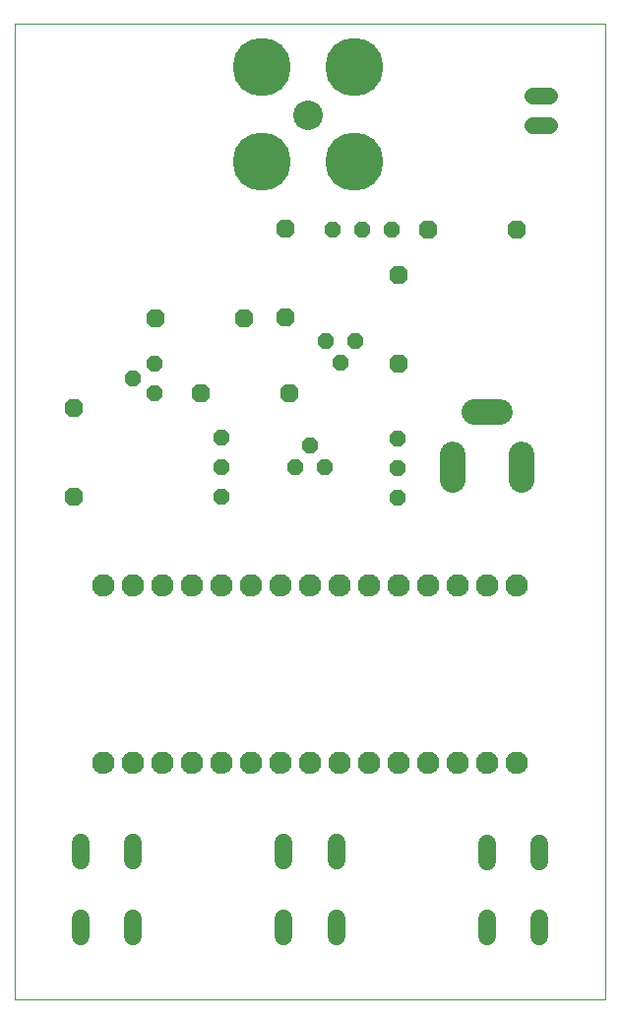
<source format=gtl>
G75*
%MOIN*%
%OFA0B0*%
%FSLAX25Y25*%
%IPPOS*%
%LPD*%
%AMOC8*
5,1,8,0,0,1.08239X$1,22.5*
%
%ADD10C,0.00000*%
%ADD11C,0.06000*%
%ADD12OC8,0.05200*%
%ADD13C,0.08600*%
%ADD14OC8,0.06300*%
%ADD15C,0.05600*%
%ADD16C,0.07600*%
%ADD17C,0.19685*%
%ADD18C,0.10000*%
D10*
X0001000Y0001000D02*
X0201000Y0001000D01*
X0201000Y0331000D01*
X0001000Y0331000D01*
X0001000Y0001000D01*
D11*
X0023278Y0022452D02*
X0023278Y0028452D01*
X0023278Y0048052D02*
X0023278Y0054052D01*
X0041078Y0054052D02*
X0041078Y0048052D01*
X0041078Y0028452D02*
X0041078Y0022452D01*
X0092089Y0022340D02*
X0092089Y0028340D01*
X0092089Y0047940D02*
X0092089Y0053940D01*
X0109889Y0053940D02*
X0109889Y0047940D01*
X0109889Y0028340D02*
X0109889Y0022340D01*
X0160940Y0022300D02*
X0160940Y0028300D01*
X0160940Y0047900D02*
X0160940Y0053900D01*
X0178740Y0053900D02*
X0178740Y0047900D01*
X0178740Y0028300D02*
X0178740Y0022300D01*
D12*
X0130568Y0170859D03*
X0130568Y0180859D03*
X0130568Y0190859D03*
X0111394Y0216412D03*
X0106394Y0223912D03*
X0116394Y0223912D03*
X0118676Y0261356D03*
X0128676Y0261356D03*
X0108676Y0261356D03*
X0071118Y0191005D03*
X0071118Y0181005D03*
X0071118Y0171005D03*
X0048392Y0206140D03*
X0048392Y0216140D03*
X0040892Y0211140D03*
X0096000Y0181000D03*
X0101000Y0188500D03*
X0106000Y0181000D03*
D13*
X0149189Y0185300D02*
X0149189Y0176700D01*
X0156700Y0199898D02*
X0165300Y0199898D01*
X0172811Y0185300D02*
X0172811Y0176700D01*
D14*
X0131000Y0216000D03*
X0131000Y0246000D03*
X0141135Y0261573D03*
X0171135Y0261573D03*
X0092646Y0261636D03*
X0092646Y0231636D03*
X0078560Y0231424D03*
X0063881Y0205916D03*
X0048560Y0231424D03*
X0020982Y0200968D03*
X0020982Y0170968D03*
X0093881Y0205916D03*
D15*
X0176371Y0296820D02*
X0181971Y0296820D01*
X0181971Y0306820D02*
X0176371Y0306820D01*
D16*
X0171085Y0141051D03*
X0161085Y0141051D03*
X0151085Y0141051D03*
X0141085Y0141051D03*
X0131085Y0141051D03*
X0121085Y0141051D03*
X0111085Y0141051D03*
X0101085Y0141051D03*
X0091085Y0141051D03*
X0081085Y0141051D03*
X0071085Y0141051D03*
X0061085Y0141051D03*
X0051085Y0141051D03*
X0041085Y0141051D03*
X0031085Y0141051D03*
X0031085Y0081051D03*
X0041085Y0081051D03*
X0051085Y0081051D03*
X0061085Y0081051D03*
X0071085Y0081051D03*
X0081085Y0081051D03*
X0091085Y0081051D03*
X0101085Y0081051D03*
X0111085Y0081051D03*
X0121085Y0081051D03*
X0131085Y0081051D03*
X0141085Y0081051D03*
X0151085Y0081051D03*
X0161085Y0081051D03*
X0171085Y0081051D03*
D17*
X0116039Y0284465D03*
X0116039Y0316354D03*
X0084543Y0316354D03*
X0084543Y0284465D03*
D18*
X0100291Y0300213D03*
M02*

</source>
